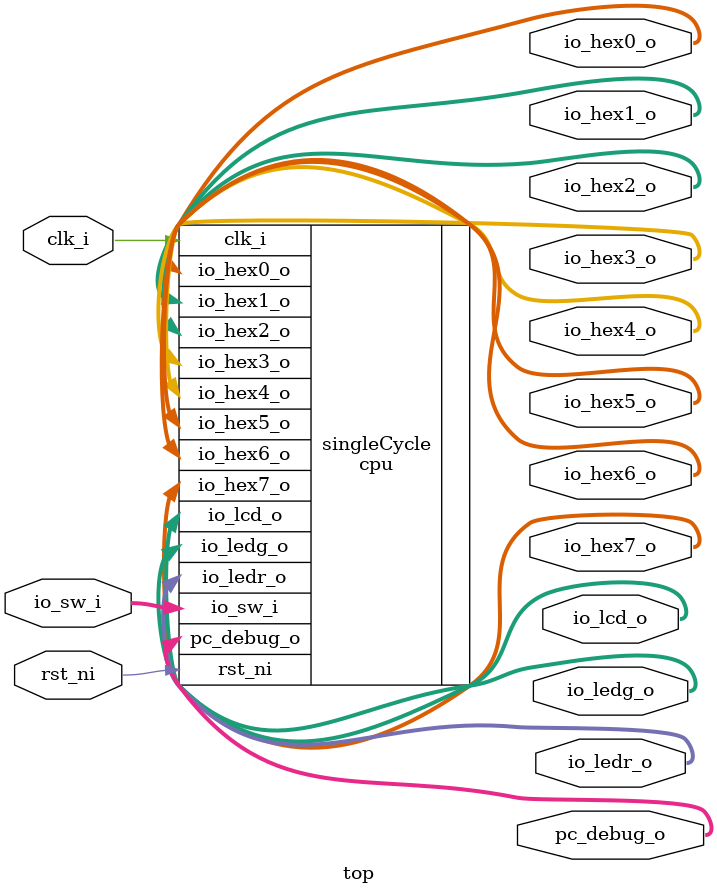
<source format=sv>
`default_nettype none
`include "cpu.v"

module top
(
  // Peripheral
  input  logic [31:0]      io_sw_i   ,
  output logic [31:0]      io_lcd_o  ,
  output logic [31:0]      io_ledg_o ,
  output logic [31:0]      io_ledr_o ,
  output logic [31:0]      io_hex0_o ,
  output logic [31:0]      io_hex1_o ,
  output logic [31:0]      io_hex2_o ,
  output logic [31:0]      io_hex3_o ,
  output logic [31:0]      io_hex4_o ,
  output logic [31:0]      io_hex5_o ,
  output logic [31:0]      io_hex6_o ,
  output logic [31:0]      io_hex7_o ,

  output logic [31:0]      pc_debug_o,

  // Clock and asynchronous reset active low
  input  logic             clk_i     ,
  input  logic             rst_ni
);

  cpu singleCycle (
    .io_sw_i   (io_sw_i   ),
    .io_lcd_o  (io_lcd_o  ),
    .io_ledg_o (io_ledg_o ),
    .io_ledr_o (io_ledr_o ),
    .io_hex0_o (io_hex0_o ),
    .io_hex1_o (io_hex1_o ),
    .io_hex2_o (io_hex2_o ),
    .io_hex3_o (io_hex3_o ),
    .io_hex4_o (io_hex4_o ),
    .io_hex5_o (io_hex5_o ),
    .io_hex6_o (io_hex6_o ),
    .io_hex7_o (io_hex7_o ),
    .pc_debug_o(pc_debug_o),
    .clk_i     (clk_i     ),
    .rst_ni    (rst_ni    )
  );

endmodule : top

</source>
